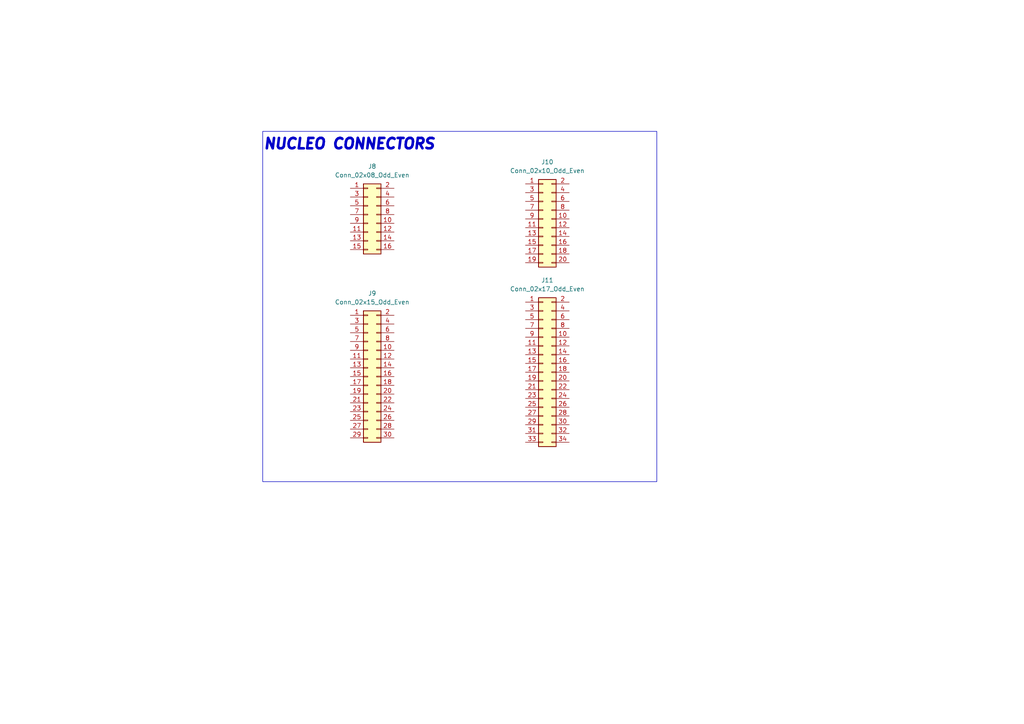
<source format=kicad_sch>
(kicad_sch (version 20250114) (generator "eeschema") (generator_version "9.0")
  (paper "A4")
  (title_block (title "PLC ON STM") (company "Author: Grzegorz Potocki"))
  (lib_symbols
    (symbol "Connector_Generic:Conn_02x08_Odd_Even" (pin_names (offset 1.016) (hide yes))
      (property "Reference" "J" (at 1.27 10.16 0))
      (property "Value" "Conn_02x08_Odd_Even" (at 1.27 -12.7 0))
      (symbol "Conn_02x08_Odd_Even_1_1"
        (rectangle (start -1.27 8.89) (end 3.81 -11.43) (stroke (width 0.254)) (fill (type background)))
        (rectangle (start -1.27 7.747) (end 0 7.493) (stroke (width 0.1524)))
        (rectangle (start -1.27 5.207) (end 0 4.953) (stroke (width 0.1524)))
        (rectangle (start -1.27 2.667) (end 0 2.413) (stroke (width 0.1524)))
        (rectangle (start -1.27 0.127) (end 0 -0.127) (stroke (width 0.1524)))
        (rectangle (start -1.27 -2.413) (end 0 -2.667) (stroke (width 0.1524)))
        (rectangle (start -1.27 -4.953) (end 0 -5.207) (stroke (width 0.1524)))
        (rectangle (start -1.27 -7.493) (end 0 -7.747) (stroke (width 0.1524)))
        (rectangle (start -1.27 -10.033) (end 0 -10.287) (stroke (width 0.1524)))
        (rectangle (start 3.81 7.747) (end 2.54 7.493) (stroke (width 0.1524)))
        (rectangle (start 3.81 5.207) (end 2.54 4.953) (stroke (width 0.1524)))
        (rectangle (start 3.81 2.667) (end 2.54 2.413) (stroke (width 0.1524)))
        (rectangle (start 3.81 0.127) (end 2.54 -0.127) (stroke (width 0.1524)))
        (rectangle (start 3.81 -2.413) (end 2.54 -2.667) (stroke (width 0.1524)))
        (rectangle (start 3.81 -4.953) (end 2.54 -5.207) (stroke (width 0.1524)))
        (rectangle (start 3.81 -7.493) (end 2.54 -7.747) (stroke (width 0.1524)))
        (rectangle (start 3.81 -10.033) (end 2.54 -10.287) (stroke (width 0.1524)))
        (pin passive line (at -5.08 7.62 0) (length 3.81) (name "Pin_1") (number "1"))
        (pin passive line (at -5.08 5.08 0) (length 3.81) (name "Pin_3") (number "3"))
        (pin passive line (at -5.08 2.54 0) (length 3.81) (name "Pin_5") (number "5"))
        (pin passive line (at -5.08 0 0) (length 3.81) (name "Pin_7") (number "7"))
        (pin passive line (at -5.08 -2.54 0) (length 3.81) (name "Pin_9") (number "9"))
        (pin passive line (at -5.08 -5.08 0) (length 3.81) (name "Pin_11") (number "11"))
        (pin passive line (at -5.08 -7.62 0) (length 3.81) (name "Pin_13") (number "13"))
        (pin passive line (at -5.08 -10.16 0) (length 3.81) (name "Pin_15") (number "15"))
        (pin passive line (at 7.62 7.62 180) (length 3.81) (name "Pin_2") (number "2"))
        (pin passive line (at 7.62 5.08 180) (length 3.81) (name "Pin_4") (number "4"))
        (pin passive line (at 7.62 2.54 180) (length 3.81) (name "Pin_6") (number "6"))
        (pin passive line (at 7.62 0 180) (length 3.81) (name "Pin_8") (number "8"))
        (pin passive line (at 7.62 -2.54 180) (length 3.81) (name "Pin_10") (number "10"))
        (pin passive line (at 7.62 -5.08 180) (length 3.81) (name "Pin_12") (number "12"))
        (pin passive line (at 7.62 -7.62 180) (length 3.81) (name "Pin_14") (number "14"))
        (pin passive line (at 7.62 -10.16 180) (length 3.81) (name "Pin_16") (number "16"))
      )
    )
    (symbol "Connector_Generic:Conn_02x10_Odd_Even" (pin_names (offset 1.016) (hide yes))
      (property "Reference" "J" (at 1.27 12.7 0))
      (property "Value" "Conn_02x10_Odd_Even" (at 1.27 -15.24 0))
      (symbol "Conn_02x10_Odd_Even_1_1"
        (rectangle (start -1.27 11.43) (end 3.81 -13.97) (stroke (width 0.254)) (fill (type background)))
        (rectangle (start -1.27 10.287) (end 0 10.033) (stroke (width 0.1524)))
        (rectangle (start -1.27 7.747) (end 0 7.493) (stroke (width 0.1524)))
        (rectangle (start -1.27 5.207) (end 0 4.953) (stroke (width 0.1524)))
        (rectangle (start -1.27 2.667) (end 0 2.413) (stroke (width 0.1524)))
        (rectangle (start -1.27 0.127) (end 0 -0.127) (stroke (width 0.1524)))
        (rectangle (start -1.27 -2.413) (end 0 -2.667) (stroke (width 0.1524)))
        (rectangle (start -1.27 -4.953) (end 0 -5.207) (stroke (width 0.1524)))
        (rectangle (start -1.27 -7.493) (end 0 -7.747) (stroke (width 0.1524)))
        (rectangle (start -1.27 -10.033) (end 0 -10.287) (stroke (width 0.1524)))
        (rectangle (start -1.27 -12.573) (end 0 -12.827) (stroke (width 0.1524)))
        (rectangle (start 3.81 10.287) (end 2.54 10.033) (stroke (width 0.1524)))
        (rectangle (start 3.81 7.747) (end 2.54 7.493) (stroke (width 0.1524)))
        (rectangle (start 3.81 5.207) (end 2.54 4.953) (stroke (width 0.1524)))
        (rectangle (start 3.81 2.667) (end 2.54 2.413) (stroke (width 0.1524)))
        (rectangle (start 3.81 0.127) (end 2.54 -0.127) (stroke (width 0.1524)))
        (rectangle (start 3.81 -2.413) (end 2.54 -2.667) (stroke (width 0.1524)))
        (rectangle (start 3.81 -4.953) (end 2.54 -5.207) (stroke (width 0.1524)))
        (rectangle (start 3.81 -7.493) (end 2.54 -7.747) (stroke (width 0.1524)))
        (rectangle (start 3.81 -10.033) (end 2.54 -10.287) (stroke (width 0.1524)))
        (rectangle (start 3.81 -12.573) (end 2.54 -12.827) (stroke (width 0.1524)))
        (pin passive line (at -5.08 10.16 0) (length 3.81) (name "Pin_1") (number "1"))
        (pin passive line (at -5.08 7.62 0) (length 3.81) (name "Pin_3") (number "3"))
        (pin passive line (at -5.08 5.08 0) (length 3.81) (name "Pin_5") (number "5"))
        (pin passive line (at -5.08 2.54 0) (length 3.81) (name "Pin_7") (number "7"))
        (pin passive line (at -5.08 0 0) (length 3.81) (name "Pin_9") (number "9"))
        (pin passive line (at -5.08 -2.54 0) (length 3.81) (name "Pin_11") (number "11"))
        (pin passive line (at -5.08 -5.08 0) (length 3.81) (name "Pin_13") (number "13"))
        (pin passive line (at -5.08 -7.62 0) (length 3.81) (name "Pin_15") (number "15"))
        (pin passive line (at -5.08 -10.16 0) (length 3.81) (name "Pin_17") (number "17"))
        (pin passive line (at -5.08 -12.7 0) (length 3.81) (name "Pin_19") (number "19"))
        (pin passive line (at 7.62 10.16 180) (length 3.81) (name "Pin_2") (number "2"))
        (pin passive line (at 7.62 7.62 180) (length 3.81) (name "Pin_4") (number "4"))
        (pin passive line (at 7.62 5.08 180) (length 3.81) (name "Pin_6") (number "6"))
        (pin passive line (at 7.62 2.54 180) (length 3.81) (name "Pin_8") (number "8"))
        (pin passive line (at 7.62 0 180) (length 3.81) (name "Pin_10") (number "10"))
        (pin passive line (at 7.62 -2.54 180) (length 3.81) (name "Pin_12") (number "12"))
        (pin passive line (at 7.62 -5.08 180) (length 3.81) (name "Pin_14") (number "14"))
        (pin passive line (at 7.62 -7.62 180) (length 3.81) (name "Pin_16") (number "16"))
        (pin passive line (at 7.62 -10.16 180) (length 3.81) (name "Pin_18") (number "18"))
        (pin passive line (at 7.62 -12.7 180) (length 3.81) (name "Pin_20") (number "20"))
      )
    )
    (symbol "Connector_Generic:Conn_02x15_Odd_Even" (pin_names (offset 1.016) (hide yes))
      (property "Reference" "J" (at 1.27 20.32 0))
      (property "Value" "Conn_02x15_Odd_Even" (at 1.27 -20.32 0))
      (symbol "Conn_02x15_Odd_Even_1_1"
        (rectangle (start -1.27 19.05) (end 3.81 -19.05) (stroke (width 0.254)) (fill (type background)))
        (rectangle (start -1.27 17.907) (end 0 17.653) (stroke (width 0.1524)))
        (rectangle (start -1.27 15.367) (end 0 15.113) (stroke (width 0.1524)))
        (rectangle (start -1.27 12.827) (end 0 12.573) (stroke (width 0.1524)))
        (rectangle (start -1.27 10.287) (end 0 10.033) (stroke (width 0.1524)))
        (rectangle (start -1.27 7.747) (end 0 7.493) (stroke (width 0.1524)))
        (rectangle (start -1.27 5.207) (end 0 4.953) (stroke (width 0.1524)))
        (rectangle (start -1.27 2.667) (end 0 2.413) (stroke (width 0.1524)))
        (rectangle (start -1.27 0.127) (end 0 -0.127) (stroke (width 0.1524)))
        (rectangle (start -1.27 -2.413) (end 0 -2.667) (stroke (width 0.1524)))
        (rectangle (start -1.27 -4.953) (end 0 -5.207) (stroke (width 0.1524)))
        (rectangle (start -1.27 -7.493) (end 0 -7.747) (stroke (width 0.1524)))
        (rectangle (start -1.27 -10.033) (end 0 -10.287) (stroke (width 0.1524)))
        (rectangle (start -1.27 -12.573) (end 0 -12.827) (stroke (width 0.1524)))
        (rectangle (start -1.27 -15.113) (end 0 -15.367) (stroke (width 0.1524)))
        (rectangle (start -1.27 -17.653) (end 0 -17.907) (stroke (width 0.1524)))
        (rectangle (start 3.81 17.907) (end 2.54 17.653) (stroke (width 0.1524)))
        (rectangle (start 3.81 15.367) (end 2.54 15.113) (stroke (width 0.1524)))
        (rectangle (start 3.81 12.827) (end 2.54 12.573) (stroke (width 0.1524)))
        (rectangle (start 3.81 10.287) (end 2.54 10.033) (stroke (width 0.1524)))
        (rectangle (start 3.81 7.747) (end 2.54 7.493) (stroke (width 0.1524)))
        (rectangle (start 3.81 5.207) (end 2.54 4.953) (stroke (width 0.1524)))
        (rectangle (start 3.81 2.667) (end 2.54 2.413) (stroke (width 0.1524)))
        (rectangle (start 3.81 0.127) (end 2.54 -0.127) (stroke (width 0.1524)))
        (rectangle (start 3.81 -2.413) (end 2.54 -2.667) (stroke (width 0.1524)))
        (rectangle (start 3.81 -4.953) (end 2.54 -5.207) (stroke (width 0.1524)))
        (rectangle (start 3.81 -7.493) (end 2.54 -7.747) (stroke (width 0.1524)))
        (rectangle (start 3.81 -10.033) (end 2.54 -10.287) (stroke (width 0.1524)))
        (rectangle (start 3.81 -12.573) (end 2.54 -12.827) (stroke (width 0.1524)))
        (rectangle (start 3.81 -15.113) (end 2.54 -15.367) (stroke (width 0.1524)))
        (rectangle (start 3.81 -17.653) (end 2.54 -17.907) (stroke (width 0.1524)))
        (pin passive line (at -5.08 17.78 0) (length 3.81) (name "Pin_1") (number "1"))
        (pin passive line (at -5.08 15.24 0) (length 3.81) (name "Pin_3") (number "3"))
        (pin passive line (at -5.08 12.7 0) (length 3.81) (name "Pin_5") (number "5"))
        (pin passive line (at -5.08 10.16 0) (length 3.81) (name "Pin_7") (number "7"))
        (pin passive line (at -5.08 7.62 0) (length 3.81) (name "Pin_9") (number "9"))
        (pin passive line (at -5.08 5.08 0) (length 3.81) (name "Pin_11") (number "11"))
        (pin passive line (at -5.08 2.54 0) (length 3.81) (name "Pin_13") (number "13"))
        (pin passive line (at -5.08 0 0) (length 3.81) (name "Pin_15") (number "15"))
        (pin passive line (at -5.08 -2.54 0) (length 3.81) (name "Pin_17") (number "17"))
        (pin passive line (at -5.08 -5.08 0) (length 3.81) (name "Pin_19") (number "19"))
        (pin passive line (at -5.08 -7.62 0) (length 3.81) (name "Pin_21") (number "21"))
        (pin passive line (at -5.08 -10.16 0) (length 3.81) (name "Pin_23") (number "23"))
        (pin passive line (at -5.08 -12.7 0) (length 3.81) (name "Pin_25") (number "25"))
        (pin passive line (at -5.08 -15.24 0) (length 3.81) (name "Pin_27") (number "27"))
        (pin passive line (at -5.08 -17.78 0) (length 3.81) (name "Pin_29") (number "29"))
        (pin passive line (at 7.62 17.78 180) (length 3.81) (name "Pin_2") (number "2"))
        (pin passive line (at 7.62 15.24 180) (length 3.81) (name "Pin_4") (number "4"))
        (pin passive line (at 7.62 12.7 180) (length 3.81) (name "Pin_6") (number "6"))
        (pin passive line (at 7.62 10.16 180) (length 3.81) (name "Pin_8") (number "8"))
        (pin passive line (at 7.62 7.62 180) (length 3.81) (name "Pin_10") (number "10"))
        (pin passive line (at 7.62 5.08 180) (length 3.81) (name "Pin_12") (number "12"))
        (pin passive line (at 7.62 2.54 180) (length 3.81) (name "Pin_14") (number "14"))
        (pin passive line (at 7.62 0 180) (length 3.81) (name "Pin_16") (number "16"))
        (pin passive line (at 7.62 -2.54 180) (length 3.81) (name "Pin_18") (number "18"))
        (pin passive line (at 7.62 -5.08 180) (length 3.81) (name "Pin_20") (number "20"))
        (pin passive line (at 7.62 -7.62 180) (length 3.81) (name "Pin_22") (number "22"))
        (pin passive line (at 7.62 -10.16 180) (length 3.81) (name "Pin_24") (number "24"))
        (pin passive line (at 7.62 -12.7 180) (length 3.81) (name "Pin_26") (number "26"))
        (pin passive line (at 7.62 -15.24 180) (length 3.81) (name "Pin_28") (number "28"))
        (pin passive line (at 7.62 -17.78 180) (length 3.81) (name "Pin_30") (number "30"))
      )
    )
    (symbol "Connector_Generic:Conn_02x17_Odd_Even" (pin_names (offset 1.016) (hide yes))
      (property "Reference" "J" (at 1.27 22.86 0))
      (property "Value" "Conn_02x17_Odd_Even" (at 1.27 -22.86 0))
      (symbol "Conn_02x17_Odd_Even_1_1"
        (rectangle (start -1.27 21.59) (end 3.81 -21.59) (stroke (width 0.254)) (fill (type background)))
        (rectangle (start -1.27 20.447) (end 0 20.193) (stroke (width 0.1524)))
        (rectangle (start -1.27 17.907) (end 0 17.653) (stroke (width 0.1524)))
        (rectangle (start -1.27 15.367) (end 0 15.113) (stroke (width 0.1524)))
        (rectangle (start -1.27 12.827) (end 0 12.573) (stroke (width 0.1524)))
        (rectangle (start -1.27 10.287) (end 0 10.033) (stroke (width 0.1524)))
        (rectangle (start -1.27 7.747) (end 0 7.493) (stroke (width 0.1524)))
        (rectangle (start -1.27 5.207) (end 0 4.953) (stroke (width 0.1524)))
        (rectangle (start -1.27 2.667) (end 0 2.413) (stroke (width 0.1524)))
        (rectangle (start -1.27 0.127) (end 0 -0.127) (stroke (width 0.1524)))
        (rectangle (start -1.27 -2.413) (end 0 -2.667) (stroke (width 0.1524)))
        (rectangle (start -1.27 -4.953) (end 0 -5.207) (stroke (width 0.1524)))
        (rectangle (start -1.27 -7.493) (end 0 -7.747) (stroke (width 0.1524)))
        (rectangle (start -1.27 -10.033) (end 0 -10.287) (stroke (width 0.1524)))
        (rectangle (start -1.27 -12.573) (end 0 -12.827) (stroke (width 0.1524)))
        (rectangle (start -1.27 -15.113) (end 0 -15.367) (stroke (width 0.1524)))
        (rectangle (start -1.27 -17.653) (end 0 -17.907) (stroke (width 0.1524)))
        (rectangle (start -1.27 -20.193) (end 0 -20.447) (stroke (width 0.1524)))
        (rectangle (start 3.81 20.447) (end 2.54 20.193) (stroke (width 0.1524)))
        (rectangle (start 3.81 17.907) (end 2.54 17.653) (stroke (width 0.1524)))
        (rectangle (start 3.81 15.367) (end 2.54 15.113) (stroke (width 0.1524)))
        (rectangle (start 3.81 12.827) (end 2.54 12.573) (stroke (width 0.1524)))
        (rectangle (start 3.81 10.287) (end 2.54 10.033) (stroke (width 0.1524)))
        (rectangle (start 3.81 7.747) (end 2.54 7.493) (stroke (width 0.1524)))
        (rectangle (start 3.81 5.207) (end 2.54 4.953) (stroke (width 0.1524)))
        (rectangle (start 3.81 2.667) (end 2.54 2.413) (stroke (width 0.1524)))
        (rectangle (start 3.81 0.127) (end 2.54 -0.127) (stroke (width 0.1524)))
        (rectangle (start 3.81 -2.413) (end 2.54 -2.667) (stroke (width 0.1524)))
        (rectangle (start 3.81 -4.953) (end 2.54 -5.207) (stroke (width 0.1524)))
        (rectangle (start 3.81 -7.493) (end 2.54 -7.747) (stroke (width 0.1524)))
        (rectangle (start 3.81 -10.033) (end 2.54 -10.287) (stroke (width 0.1524)))
        (rectangle (start 3.81 -12.573) (end 2.54 -12.827) (stroke (width 0.1524)))
        (rectangle (start 3.81 -15.113) (end 2.54 -15.367) (stroke (width 0.1524)))
        (rectangle (start 3.81 -17.653) (end 2.54 -17.907) (stroke (width 0.1524)))
        (rectangle (start 3.81 -20.193) (end 2.54 -20.447) (stroke (width 0.1524)))
        (pin passive line (at -5.08 20.32 0) (length 3.81) (name "Pin_1") (number "1"))
        (pin passive line (at -5.08 17.78 0) (length 3.81) (name "Pin_3") (number "3"))
        (pin passive line (at -5.08 15.24 0) (length 3.81) (name "Pin_5") (number "5"))
        (pin passive line (at -5.08 12.7 0) (length 3.81) (name "Pin_7") (number "7"))
        (pin passive line (at -5.08 10.16 0) (length 3.81) (name "Pin_9") (number "9"))
        (pin passive line (at -5.08 7.62 0) (length 3.81) (name "Pin_11") (number "11"))
        (pin passive line (at -5.08 5.08 0) (length 3.81) (name "Pin_13") (number "13"))
        (pin passive line (at -5.08 2.54 0) (length 3.81) (name "Pin_15") (number "15"))
        (pin passive line (at -5.08 0 0) (length 3.81) (name "Pin_17") (number "17"))
        (pin passive line (at -5.08 -2.54 0) (length 3.81) (name "Pin_19") (number "19"))
        (pin passive line (at -5.08 -5.08 0) (length 3.81) (name "Pin_21") (number "21"))
        (pin passive line (at -5.08 -7.62 0) (length 3.81) (name "Pin_23") (number "23"))
        (pin passive line (at -5.08 -10.16 0) (length 3.81) (name "Pin_25") (number "25"))
        (pin passive line (at -5.08 -12.7 0) (length 3.81) (name "Pin_27") (number "27"))
        (pin passive line (at -5.08 -15.24 0) (length 3.81) (name "Pin_29") (number "29"))
        (pin passive line (at -5.08 -17.78 0) (length 3.81) (name "Pin_31") (number "31"))
        (pin passive line (at -5.08 -20.32 0) (length 3.81) (name "Pin_33") (number "33"))
        (pin passive line (at 7.62 20.32 180) (length 3.81) (name "Pin_2") (number "2"))
        (pin passive line (at 7.62 17.78 180) (length 3.81) (name "Pin_4") (number "4"))
        (pin passive line (at 7.62 15.24 180) (length 3.81) (name "Pin_6") (number "6"))
        (pin passive line (at 7.62 12.7 180) (length 3.81) (name "Pin_8") (number "8"))
        (pin passive line (at 7.62 10.16 180) (length 3.81) (name "Pin_10") (number "10"))
        (pin passive line (at 7.62 7.62 180) (length 3.81) (name "Pin_12") (number "12"))
        (pin passive line (at 7.62 5.08 180) (length 3.81) (name "Pin_14") (number "14"))
        (pin passive line (at 7.62 2.54 180) (length 3.81) (name "Pin_16") (number "16"))
        (pin passive line (at 7.62 0 180) (length 3.81) (name "Pin_18") (number "18"))
        (pin passive line (at 7.62 -2.54 180) (length 3.81) (name "Pin_20") (number "20"))
        (pin passive line (at 7.62 -5.08 180) (length 3.81) (name "Pin_22") (number "22"))
        (pin passive line (at 7.62 -7.62 180) (length 3.81) (name "Pin_24") (number "24"))
        (pin passive line (at 7.62 -10.16 180) (length 3.81) (name "Pin_26") (number "26"))
        (pin passive line (at 7.62 -12.7 180) (length 3.81) (name "Pin_28") (number "28"))
        (pin passive line (at 7.62 -15.24 180) (length 3.81) (name "Pin_30") (number "30"))
        (pin passive line (at 7.62 -17.78 180) (length 3.81) (name "Pin_32") (number "32"))
        (pin passive line (at 7.62 -20.32 180) (length 3.81) (name "Pin_34") (number "34"))
      )
    )
  )
  (rectangle (start 76.2 38.1) (end 190.5 139.7))
  (text "NUCLEO CONNECTORS" (at 76.2 41.91 0) (effects (font (size 3 3) (thickness 2) (bold yes) (italic yes)) (justify left)))
  (symbol (lib_id "Connector_Generic:Conn_02x10_Odd_Even") (at 157.48 63.5 0) (unit 1)
    (property "Reference" "J10" (at 158.75 46.99 0))
    (property "Value" "Conn_02x10_Odd_Even" (at 158.75 49.53 0))
    (property "Description" "Generic connector, double row, 02x10, odd/even pin numbering scheme (row 1 odd numbers, row 2 even numbers), script generated (kicad-library-utils/schlib/autogen/connector/)" (effects (hide yes)))
  )
  (symbol (lib_id "Connector_Generic:Conn_02x17_Odd_Even") (at 157.48 107.95 0) (unit 1)
    (property "Reference" "J11" (at 158.75 81.28 0))
    (property "Value" "Conn_02x17_Odd_Even" (at 158.75 83.82 0))
    (property "Description" "Generic connector, double row, 02x17, odd/even pin numbering scheme (row 1 odd numbers, row 2 even numbers), script generated (kicad-library-utils/schlib/autogen/connector/)" (effects (hide yes)))
  )
  (symbol (lib_id "Connector_Generic:Conn_02x15_Odd_Even") (at 106.68 109.22 0) (unit 1)
    (property "Reference" "J9" (at 107.95 85.09 0))
    (property "Value" "Conn_02x15_Odd_Even" (at 107.95 87.63 0))
    (property "Footprint" "Connector_USB:USB_A_Wuerth_61400826021_Horizontal_Stacked" (effects (hide yes)))
    (property "Description" "Generic connector, double row, 02x15, odd/even pin numbering scheme (row 1 odd numbers, row 2 even numbers), script generated (kicad-library-utils/schlib/autogen/connector/)" (effects (hide yes)))
  )
  (symbol (lib_id "Connector_Generic:Conn_02x08_Odd_Even") (at 106.68 62.23 0) (unit 1)
    (property "Reference" "J8" (at 107.95 48.26 0))
    (property "Value" "Conn_02x08_Odd_Even" (at 107.95 50.8 0))
    (property "Description" "Generic connector, double row, 02x08, odd/even pin numbering scheme (row 1 odd numbers, row 2 even numbers), script generated (kicad-library-utils/schlib/autogen/connector/)" (effects (hide yes)))
  )
)
</source>
